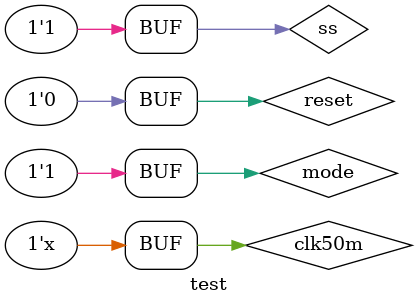
<source format=v>
`timescale 1ns / 1ps


module test;

	// Inputs
	reg clk50m;
	reg reset;
	reg mode;
	reg ss;

	// Outputs
	wire [7:0] led;

	// Instantiate the Unit Under Test (UUT)
	SHIFT_LR uut (
		.clk50m(clk50m), 
		.reset(reset), 
		.mode(mode), 
		.ss(ss), 
		.led(led)
	);

	always begin
    #5 clk50m = ~clk50m;
  end

  // Test Stimulus
  initial begin
    // Initialize Inputs
    reset = 1;
    mode = 0;
    ss = 0;
    clk50m = 0;
    
    // Release reset
    #10 reset = 0;

    // Add your test sequence here
    // For example:
    #100 mode = 1;         // Set mode to 1
    #100 ss = 1;           // Set ss to 1
    #100 clk50m = 1;       // Toggle clk50m
    #100 clk50m = 0;       // Toggle clk50m
    #100 mode = 1;         // Set mode to 0
    #100 ss = 1;           // Set ss to 1
    #100 clk50m = 1;       // Toggle clk50m
    #100 clk50m = 0;       // Toggle clk50m
end
      
endmodule


</source>
